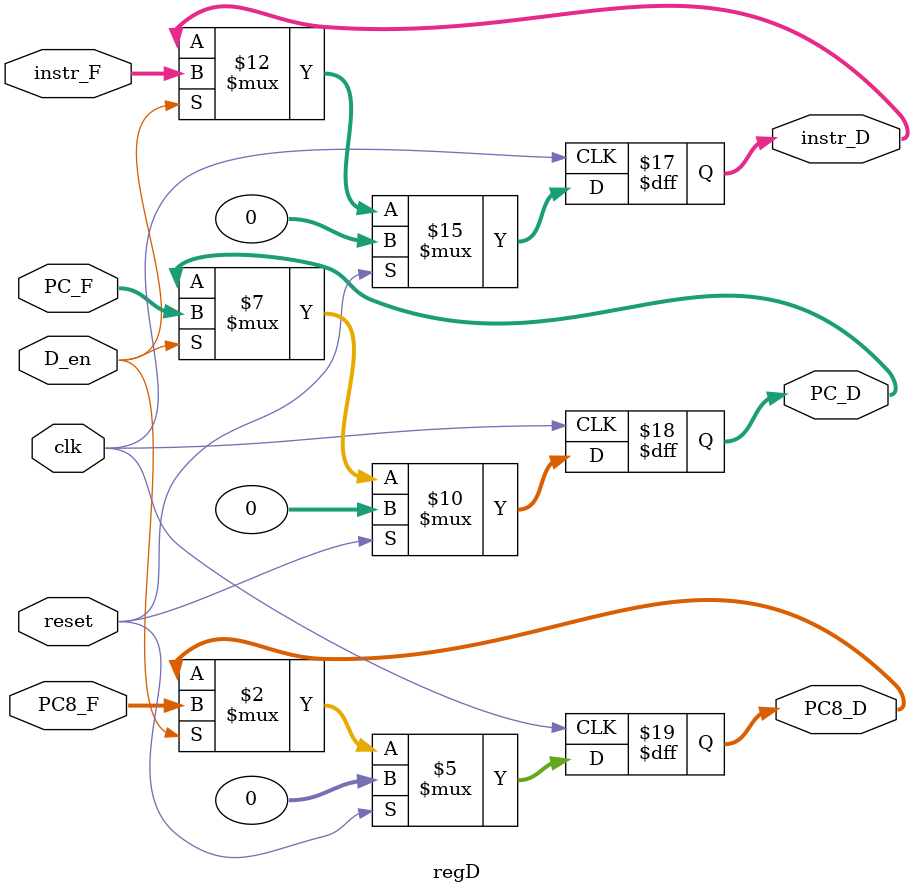
<source format=v>
`timescale 1ns / 1ps
module regD(
    input clk,
    input reset,
    input D_en,
    input [31:0] instr_F,
    input [31:0] PC_F,
    input [31:0] PC8_F,
    output reg [31:0] instr_D,
    output reg [31:0] PC_D,
    output reg [31:0] PC8_D
    );
	 always@(posedge clk) begin
		if(reset)begin
			instr_D <= 32'h00000000;
			PC_D <= 32'h00000000;
			PC8_D <= 32'h00000000;
		end
		else if(D_en)begin
			instr_D <= instr_F;
			PC_D <= PC_F;
			PC8_D <= PC8_F;
		end
	 end


endmodule

</source>
